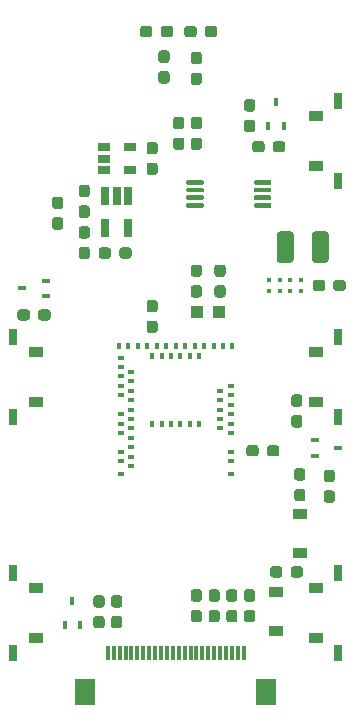
<source format=gbr>
%TF.GenerationSoftware,KiCad,Pcbnew,(5.99.0-2309-gaf729d578)*%
%TF.CreationDate,2020-07-18T18:02:02-04:00*%
%TF.ProjectId,mk2,6d6b322e-6b69-4636-9164-5f7063625858,rev?*%
%TF.SameCoordinates,Original*%
%TF.FileFunction,Paste,Top*%
%TF.FilePolarity,Positive*%
%FSLAX46Y46*%
G04 Gerber Fmt 4.6, Leading zero omitted, Abs format (unit mm)*
G04 Created by KiCad (PCBNEW (5.99.0-2309-gaf729d578)) date 2020-07-18 18:02:02*
%MOMM*%
%LPD*%
G01*
G04 APERTURE LIST*
%ADD10R,0.700000X0.450000*%
%ADD11R,0.800000X1.450000*%
%ADD12R,1.270000X0.900000*%
%ADD13R,0.450000X0.700000*%
%ADD14R,1.050000X1.100000*%
%ADD15R,1.060000X0.650000*%
%ADD16R,0.650000X1.560000*%
%ADD17R,0.300000X1.300000*%
%ADD18R,1.800000X2.200000*%
%ADD19R,0.400000X0.420000*%
%ADD20R,0.600000X0.400000*%
%ADD21R,0.400000X0.600000*%
%ADD22R,1.200000X0.900000*%
G04 APERTURE END LIST*
%TO.C,R16*%
G36*
G01*
X35487500Y-42525000D02*
X35012500Y-42525000D01*
G75*
G02*
X34775000Y-42287500I0J237500D01*
G01*
X34775000Y-41712500D01*
G75*
G02*
X35012500Y-41475000I237500J0D01*
G01*
X35487500Y-41475000D01*
G75*
G02*
X35725000Y-41712500I0J-237500D01*
G01*
X35725000Y-42287500D01*
G75*
G02*
X35487500Y-42525000I-237500J0D01*
G01*
G37*
G36*
G01*
X35487500Y-44275000D02*
X35012500Y-44275000D01*
G75*
G02*
X34775000Y-44037500I0J237500D01*
G01*
X34775000Y-43462500D01*
G75*
G02*
X35012500Y-43225000I237500J0D01*
G01*
X35487500Y-43225000D01*
G75*
G02*
X35725000Y-43462500I0J-237500D01*
G01*
X35725000Y-44037500D01*
G75*
G02*
X35487500Y-44275000I-237500J0D01*
G01*
G37*
%TD*%
%TO.C,R15*%
G36*
G01*
X37762500Y-49600000D02*
X38237500Y-49600000D01*
G75*
G02*
X38475000Y-49837500I0J-237500D01*
G01*
X38475000Y-50412500D01*
G75*
G02*
X38237500Y-50650000I-237500J0D01*
G01*
X37762500Y-50650000D01*
G75*
G02*
X37525000Y-50412500I0J237500D01*
G01*
X37525000Y-49837500D01*
G75*
G02*
X37762500Y-49600000I237500J0D01*
G01*
G37*
G36*
G01*
X37762500Y-47850000D02*
X38237500Y-47850000D01*
G75*
G02*
X38475000Y-48087500I0J-237500D01*
G01*
X38475000Y-48662500D01*
G75*
G02*
X38237500Y-48900000I-237500J0D01*
G01*
X37762500Y-48900000D01*
G75*
G02*
X37525000Y-48662500I0J237500D01*
G01*
X37525000Y-48087500D01*
G75*
G02*
X37762500Y-47850000I237500J0D01*
G01*
G37*
%TD*%
D10*
%TO.C,Q4*%
X38750000Y-46000000D03*
X36750000Y-46650000D03*
X36750000Y-45350000D03*
%TD*%
D11*
%TO.C,SW5*%
X11250000Y-63375000D03*
X11250000Y-56625000D03*
D12*
X13135000Y-62100000D03*
X13135000Y-57900000D03*
%TD*%
D11*
%TO.C,SW4*%
X11250000Y-43375000D03*
X11250000Y-36625000D03*
D12*
X13135000Y-42100000D03*
X13135000Y-37900000D03*
%TD*%
D11*
%TO.C,SW3*%
X38750000Y-56625000D03*
X38750000Y-63375000D03*
D12*
X36865000Y-57900000D03*
X36865000Y-62100000D03*
%TD*%
D11*
%TO.C,SW2*%
X38750000Y-36625000D03*
X38750000Y-43375000D03*
D12*
X36865000Y-37900000D03*
X36865000Y-42100000D03*
%TD*%
D11*
%TO.C,SW1*%
X38750000Y-16625000D03*
X38750000Y-23375000D03*
D12*
X36865000Y-17900000D03*
X36865000Y-22100000D03*
%TD*%
%TO.C,R14*%
G36*
G01*
X33225000Y-20737500D02*
X33225000Y-20262500D01*
G75*
G02*
X33462500Y-20025000I237500J0D01*
G01*
X34037500Y-20025000D01*
G75*
G02*
X34275000Y-20262500I0J-237500D01*
G01*
X34275000Y-20737500D01*
G75*
G02*
X34037500Y-20975000I-237500J0D01*
G01*
X33462500Y-20975000D01*
G75*
G02*
X33225000Y-20737500I0J237500D01*
G01*
G37*
G36*
G01*
X31475000Y-20737500D02*
X31475000Y-20262500D01*
G75*
G02*
X31712500Y-20025000I237500J0D01*
G01*
X32287500Y-20025000D01*
G75*
G02*
X32525000Y-20262500I0J-237500D01*
G01*
X32525000Y-20737500D01*
G75*
G02*
X32287500Y-20975000I-237500J0D01*
G01*
X31712500Y-20975000D01*
G75*
G02*
X31475000Y-20737500I0J237500D01*
G01*
G37*
%TD*%
%TO.C,R13*%
G36*
G01*
X31487500Y-17525000D02*
X31012500Y-17525000D01*
G75*
G02*
X30775000Y-17287500I0J237500D01*
G01*
X30775000Y-16712500D01*
G75*
G02*
X31012500Y-16475000I237500J0D01*
G01*
X31487500Y-16475000D01*
G75*
G02*
X31725000Y-16712500I0J-237500D01*
G01*
X31725000Y-17287500D01*
G75*
G02*
X31487500Y-17525000I-237500J0D01*
G01*
G37*
G36*
G01*
X31487500Y-19275000D02*
X31012500Y-19275000D01*
G75*
G02*
X30775000Y-19037500I0J237500D01*
G01*
X30775000Y-18462500D01*
G75*
G02*
X31012500Y-18225000I237500J0D01*
G01*
X31487500Y-18225000D01*
G75*
G02*
X31725000Y-18462500I0J-237500D01*
G01*
X31725000Y-19037500D01*
G75*
G02*
X31487500Y-19275000I-237500J0D01*
G01*
G37*
%TD*%
%TO.C,R2*%
G36*
G01*
X14762500Y-26475000D02*
X15237500Y-26475000D01*
G75*
G02*
X15475000Y-26712500I0J-237500D01*
G01*
X15475000Y-27287500D01*
G75*
G02*
X15237500Y-27525000I-237500J0D01*
G01*
X14762500Y-27525000D01*
G75*
G02*
X14525000Y-27287500I0J237500D01*
G01*
X14525000Y-26712500D01*
G75*
G02*
X14762500Y-26475000I237500J0D01*
G01*
G37*
G36*
G01*
X14762500Y-24725000D02*
X15237500Y-24725000D01*
G75*
G02*
X15475000Y-24962500I0J-237500D01*
G01*
X15475000Y-25537500D01*
G75*
G02*
X15237500Y-25775000I-237500J0D01*
G01*
X14762500Y-25775000D01*
G75*
G02*
X14525000Y-25537500I0J237500D01*
G01*
X14525000Y-24962500D01*
G75*
G02*
X14762500Y-24725000I237500J0D01*
G01*
G37*
%TD*%
%TO.C,R1*%
G36*
G01*
X12650000Y-34512500D02*
X12650000Y-34987500D01*
G75*
G02*
X12412500Y-35225000I-237500J0D01*
G01*
X11837500Y-35225000D01*
G75*
G02*
X11600000Y-34987500I0J237500D01*
G01*
X11600000Y-34512500D01*
G75*
G02*
X11837500Y-34275000I237500J0D01*
G01*
X12412500Y-34275000D01*
G75*
G02*
X12650000Y-34512500I0J-237500D01*
G01*
G37*
G36*
G01*
X14400000Y-34512500D02*
X14400000Y-34987500D01*
G75*
G02*
X14162500Y-35225000I-237500J0D01*
G01*
X13587500Y-35225000D01*
G75*
G02*
X13350000Y-34987500I0J237500D01*
G01*
X13350000Y-34512500D01*
G75*
G02*
X13587500Y-34275000I237500J0D01*
G01*
X14162500Y-34275000D01*
G75*
G02*
X14400000Y-34512500I0J-237500D01*
G01*
G37*
%TD*%
D13*
%TO.C,Q3*%
X33500000Y-16750000D03*
X34150000Y-18750000D03*
X32850000Y-18750000D03*
%TD*%
D10*
%TO.C,Q2*%
X12000000Y-32500000D03*
X14000000Y-31850000D03*
X14000000Y-33150000D03*
%TD*%
%TO.C,C5*%
G36*
G01*
X36525000Y-30074999D02*
X36525000Y-27925001D01*
G75*
G02*
X36775001Y-27675000I250001J0D01*
G01*
X37699999Y-27675000D01*
G75*
G02*
X37950000Y-27925001I0J-250001D01*
G01*
X37950000Y-30074999D01*
G75*
G02*
X37699999Y-30325000I-250001J0D01*
G01*
X36775001Y-30325000D01*
G75*
G02*
X36525000Y-30074999I0J250001D01*
G01*
G37*
G36*
G01*
X33550000Y-30074999D02*
X33550000Y-27925001D01*
G75*
G02*
X33800001Y-27675000I250001J0D01*
G01*
X34724999Y-27675000D01*
G75*
G02*
X34975000Y-27925001I0J-250001D01*
G01*
X34975000Y-30074999D01*
G75*
G02*
X34724999Y-30325000I-250001J0D01*
G01*
X33800001Y-30325000D01*
G75*
G02*
X33550000Y-30074999I0J250001D01*
G01*
G37*
%TD*%
D14*
%TO.C,Y1*%
X28675000Y-34500000D03*
X26825000Y-34500000D03*
%TD*%
D15*
%TO.C,U3*%
X21100000Y-20550000D03*
X21100000Y-22450000D03*
X18900000Y-22450000D03*
X18900000Y-21500000D03*
X18900000Y-20550000D03*
%TD*%
D16*
%TO.C,U2*%
X20950000Y-27350000D03*
X19050000Y-27350000D03*
X19050000Y-24650000D03*
X20000000Y-24650000D03*
X20950000Y-24650000D03*
%TD*%
%TO.C,U1*%
G36*
G01*
X27375000Y-25375000D02*
X27375000Y-25575000D01*
G75*
G02*
X27275000Y-25675000I-100000J0D01*
G01*
X26000000Y-25675000D01*
G75*
G02*
X25900000Y-25575000I0J100000D01*
G01*
X25900000Y-25375000D01*
G75*
G02*
X26000000Y-25275000I100000J0D01*
G01*
X27275000Y-25275000D01*
G75*
G02*
X27375000Y-25375000I0J-100000D01*
G01*
G37*
G36*
G01*
X27375000Y-24725000D02*
X27375000Y-24925000D01*
G75*
G02*
X27275000Y-25025000I-100000J0D01*
G01*
X26000000Y-25025000D01*
G75*
G02*
X25900000Y-24925000I0J100000D01*
G01*
X25900000Y-24725000D01*
G75*
G02*
X26000000Y-24625000I100000J0D01*
G01*
X27275000Y-24625000D01*
G75*
G02*
X27375000Y-24725000I0J-100000D01*
G01*
G37*
G36*
G01*
X27375000Y-24075000D02*
X27375000Y-24275000D01*
G75*
G02*
X27275000Y-24375000I-100000J0D01*
G01*
X26000000Y-24375000D01*
G75*
G02*
X25900000Y-24275000I0J100000D01*
G01*
X25900000Y-24075000D01*
G75*
G02*
X26000000Y-23975000I100000J0D01*
G01*
X27275000Y-23975000D01*
G75*
G02*
X27375000Y-24075000I0J-100000D01*
G01*
G37*
G36*
G01*
X27375000Y-23425000D02*
X27375000Y-23625000D01*
G75*
G02*
X27275000Y-23725000I-100000J0D01*
G01*
X26000000Y-23725000D01*
G75*
G02*
X25900000Y-23625000I0J100000D01*
G01*
X25900000Y-23425000D01*
G75*
G02*
X26000000Y-23325000I100000J0D01*
G01*
X27275000Y-23325000D01*
G75*
G02*
X27375000Y-23425000I0J-100000D01*
G01*
G37*
G36*
G01*
X33100000Y-23425000D02*
X33100000Y-23625000D01*
G75*
G02*
X33000000Y-23725000I-100000J0D01*
G01*
X31725000Y-23725000D01*
G75*
G02*
X31625000Y-23625000I0J100000D01*
G01*
X31625000Y-23425000D01*
G75*
G02*
X31725000Y-23325000I100000J0D01*
G01*
X33000000Y-23325000D01*
G75*
G02*
X33100000Y-23425000I0J-100000D01*
G01*
G37*
G36*
G01*
X33100000Y-24075000D02*
X33100000Y-24275000D01*
G75*
G02*
X33000000Y-24375000I-100000J0D01*
G01*
X31725000Y-24375000D01*
G75*
G02*
X31625000Y-24275000I0J100000D01*
G01*
X31625000Y-24075000D01*
G75*
G02*
X31725000Y-23975000I100000J0D01*
G01*
X33000000Y-23975000D01*
G75*
G02*
X33100000Y-24075000I0J-100000D01*
G01*
G37*
G36*
G01*
X33100000Y-24725000D02*
X33100000Y-24925000D01*
G75*
G02*
X33000000Y-25025000I-100000J0D01*
G01*
X31725000Y-25025000D01*
G75*
G02*
X31625000Y-24925000I0J100000D01*
G01*
X31625000Y-24725000D01*
G75*
G02*
X31725000Y-24625000I100000J0D01*
G01*
X33000000Y-24625000D01*
G75*
G02*
X33100000Y-24725000I0J-100000D01*
G01*
G37*
G36*
G01*
X33100000Y-25375000D02*
X33100000Y-25575000D01*
G75*
G02*
X33000000Y-25675000I-100000J0D01*
G01*
X31725000Y-25675000D01*
G75*
G02*
X31625000Y-25575000I0J100000D01*
G01*
X31625000Y-25375000D01*
G75*
G02*
X31725000Y-25275000I100000J0D01*
G01*
X33000000Y-25275000D01*
G75*
G02*
X33100000Y-25375000I0J-100000D01*
G01*
G37*
%TD*%
%TO.C,R12*%
G36*
G01*
X26987500Y-13525000D02*
X26512500Y-13525000D01*
G75*
G02*
X26275000Y-13287500I0J237500D01*
G01*
X26275000Y-12712500D01*
G75*
G02*
X26512500Y-12475000I237500J0D01*
G01*
X26987500Y-12475000D01*
G75*
G02*
X27225000Y-12712500I0J-237500D01*
G01*
X27225000Y-13287500D01*
G75*
G02*
X26987500Y-13525000I-237500J0D01*
G01*
G37*
G36*
G01*
X26987500Y-15275000D02*
X26512500Y-15275000D01*
G75*
G02*
X26275000Y-15037500I0J237500D01*
G01*
X26275000Y-14462500D01*
G75*
G02*
X26512500Y-14225000I237500J0D01*
G01*
X26987500Y-14225000D01*
G75*
G02*
X27225000Y-14462500I0J-237500D01*
G01*
X27225000Y-15037500D01*
G75*
G02*
X26987500Y-15275000I-237500J0D01*
G01*
G37*
%TD*%
%TO.C,R11*%
G36*
G01*
X24237500Y-13400000D02*
X23762500Y-13400000D01*
G75*
G02*
X23525000Y-13162500I0J237500D01*
G01*
X23525000Y-12587500D01*
G75*
G02*
X23762500Y-12350000I237500J0D01*
G01*
X24237500Y-12350000D01*
G75*
G02*
X24475000Y-12587500I0J-237500D01*
G01*
X24475000Y-13162500D01*
G75*
G02*
X24237500Y-13400000I-237500J0D01*
G01*
G37*
G36*
G01*
X24237500Y-15150000D02*
X23762500Y-15150000D01*
G75*
G02*
X23525000Y-14912500I0J237500D01*
G01*
X23525000Y-14337500D01*
G75*
G02*
X23762500Y-14100000I237500J0D01*
G01*
X24237500Y-14100000D01*
G75*
G02*
X24475000Y-14337500I0J-237500D01*
G01*
X24475000Y-14912500D01*
G75*
G02*
X24237500Y-15150000I-237500J0D01*
G01*
G37*
%TD*%
%TO.C,R10*%
G36*
G01*
X26775000Y-10512500D02*
X26775000Y-10987500D01*
G75*
G02*
X26537500Y-11225000I-237500J0D01*
G01*
X25962500Y-11225000D01*
G75*
G02*
X25725000Y-10987500I0J237500D01*
G01*
X25725000Y-10512500D01*
G75*
G02*
X25962500Y-10275000I237500J0D01*
G01*
X26537500Y-10275000D01*
G75*
G02*
X26775000Y-10512500I0J-237500D01*
G01*
G37*
G36*
G01*
X28525000Y-10512500D02*
X28525000Y-10987500D01*
G75*
G02*
X28287500Y-11225000I-237500J0D01*
G01*
X27712500Y-11225000D01*
G75*
G02*
X27475000Y-10987500I0J237500D01*
G01*
X27475000Y-10512500D01*
G75*
G02*
X27712500Y-10275000I237500J0D01*
G01*
X28287500Y-10275000D01*
G75*
G02*
X28525000Y-10512500I0J-237500D01*
G01*
G37*
%TD*%
%TO.C,R9*%
G36*
G01*
X22762500Y-21850000D02*
X23237500Y-21850000D01*
G75*
G02*
X23475000Y-22087500I0J-237500D01*
G01*
X23475000Y-22662500D01*
G75*
G02*
X23237500Y-22900000I-237500J0D01*
G01*
X22762500Y-22900000D01*
G75*
G02*
X22525000Y-22662500I0J237500D01*
G01*
X22525000Y-22087500D01*
G75*
G02*
X22762500Y-21850000I237500J0D01*
G01*
G37*
G36*
G01*
X22762500Y-20100000D02*
X23237500Y-20100000D01*
G75*
G02*
X23475000Y-20337500I0J-237500D01*
G01*
X23475000Y-20912500D01*
G75*
G02*
X23237500Y-21150000I-237500J0D01*
G01*
X22762500Y-21150000D01*
G75*
G02*
X22525000Y-20912500I0J237500D01*
G01*
X22525000Y-20337500D01*
G75*
G02*
X22762500Y-20100000I237500J0D01*
G01*
G37*
%TD*%
%TO.C,R5*%
G36*
G01*
X32025000Y-46012500D02*
X32025000Y-46487500D01*
G75*
G02*
X31787500Y-46725000I-237500J0D01*
G01*
X31212500Y-46725000D01*
G75*
G02*
X30975000Y-46487500I0J237500D01*
G01*
X30975000Y-46012500D01*
G75*
G02*
X31212500Y-45775000I237500J0D01*
G01*
X31787500Y-45775000D01*
G75*
G02*
X32025000Y-46012500I0J-237500D01*
G01*
G37*
G36*
G01*
X33775000Y-46012500D02*
X33775000Y-46487500D01*
G75*
G02*
X33537500Y-46725000I-237500J0D01*
G01*
X32962500Y-46725000D01*
G75*
G02*
X32725000Y-46487500I0J237500D01*
G01*
X32725000Y-46012500D01*
G75*
G02*
X32962500Y-45775000I237500J0D01*
G01*
X33537500Y-45775000D01*
G75*
G02*
X33775000Y-46012500I0J-237500D01*
G01*
G37*
%TD*%
%TO.C,R4*%
G36*
G01*
X26987500Y-19025000D02*
X26512500Y-19025000D01*
G75*
G02*
X26275000Y-18787500I0J237500D01*
G01*
X26275000Y-18212500D01*
G75*
G02*
X26512500Y-17975000I237500J0D01*
G01*
X26987500Y-17975000D01*
G75*
G02*
X27225000Y-18212500I0J-237500D01*
G01*
X27225000Y-18787500D01*
G75*
G02*
X26987500Y-19025000I-237500J0D01*
G01*
G37*
G36*
G01*
X26987500Y-20775000D02*
X26512500Y-20775000D01*
G75*
G02*
X26275000Y-20537500I0J237500D01*
G01*
X26275000Y-19962500D01*
G75*
G02*
X26512500Y-19725000I237500J0D01*
G01*
X26987500Y-19725000D01*
G75*
G02*
X27225000Y-19962500I0J-237500D01*
G01*
X27225000Y-20537500D01*
G75*
G02*
X26987500Y-20775000I-237500J0D01*
G01*
G37*
%TD*%
%TO.C,R3*%
G36*
G01*
X25487500Y-19025000D02*
X25012500Y-19025000D01*
G75*
G02*
X24775000Y-18787500I0J237500D01*
G01*
X24775000Y-18212500D01*
G75*
G02*
X25012500Y-17975000I237500J0D01*
G01*
X25487500Y-17975000D01*
G75*
G02*
X25725000Y-18212500I0J-237500D01*
G01*
X25725000Y-18787500D01*
G75*
G02*
X25487500Y-19025000I-237500J0D01*
G01*
G37*
G36*
G01*
X25487500Y-20775000D02*
X25012500Y-20775000D01*
G75*
G02*
X24775000Y-20537500I0J237500D01*
G01*
X24775000Y-19962500D01*
G75*
G02*
X25012500Y-19725000I237500J0D01*
G01*
X25487500Y-19725000D01*
G75*
G02*
X25725000Y-19962500I0J-237500D01*
G01*
X25725000Y-20537500D01*
G75*
G02*
X25487500Y-20775000I-237500J0D01*
G01*
G37*
%TD*%
D13*
%TO.C,Q1*%
X16250000Y-59000000D03*
X16900000Y-61000000D03*
X15600000Y-61000000D03*
%TD*%
%TO.C,L2*%
G36*
G01*
X35262500Y-49475000D02*
X35737500Y-49475000D01*
G75*
G02*
X35975000Y-49712500I0J-237500D01*
G01*
X35975000Y-50287500D01*
G75*
G02*
X35737500Y-50525000I-237500J0D01*
G01*
X35262500Y-50525000D01*
G75*
G02*
X35025000Y-50287500I0J237500D01*
G01*
X35025000Y-49712500D01*
G75*
G02*
X35262500Y-49475000I237500J0D01*
G01*
G37*
G36*
G01*
X35262500Y-47725000D02*
X35737500Y-47725000D01*
G75*
G02*
X35975000Y-47962500I0J-237500D01*
G01*
X35975000Y-48537500D01*
G75*
G02*
X35737500Y-48775000I-237500J0D01*
G01*
X35262500Y-48775000D01*
G75*
G02*
X35025000Y-48537500I0J237500D01*
G01*
X35025000Y-47962500D01*
G75*
G02*
X35262500Y-47725000I237500J0D01*
G01*
G37*
%TD*%
%TO.C,L1*%
G36*
G01*
X19525000Y-29262500D02*
X19525000Y-29737500D01*
G75*
G02*
X19287500Y-29975000I-237500J0D01*
G01*
X18712500Y-29975000D01*
G75*
G02*
X18475000Y-29737500I0J237500D01*
G01*
X18475000Y-29262500D01*
G75*
G02*
X18712500Y-29025000I237500J0D01*
G01*
X19287500Y-29025000D01*
G75*
G02*
X19525000Y-29262500I0J-237500D01*
G01*
G37*
G36*
G01*
X21275000Y-29262500D02*
X21275000Y-29737500D01*
G75*
G02*
X21037500Y-29975000I-237500J0D01*
G01*
X20462500Y-29975000D01*
G75*
G02*
X20225000Y-29737500I0J237500D01*
G01*
X20225000Y-29262500D01*
G75*
G02*
X20462500Y-29025000I237500J0D01*
G01*
X21037500Y-29025000D01*
G75*
G02*
X21275000Y-29262500I0J-237500D01*
G01*
G37*
%TD*%
D17*
%TO.C,J1*%
X30750000Y-63400000D03*
X30250000Y-63400000D03*
X29750000Y-63400000D03*
X29250000Y-63400000D03*
X28750000Y-63400000D03*
X28250000Y-63400000D03*
X27750000Y-63400000D03*
X27250000Y-63400000D03*
X26750000Y-63400000D03*
X26250000Y-63400000D03*
X25750000Y-63400000D03*
X25250000Y-63400000D03*
X24750000Y-63400000D03*
X24250000Y-63400000D03*
X23750000Y-63400000D03*
X23250000Y-63400000D03*
X22750000Y-63400000D03*
X22250000Y-63400000D03*
X21750000Y-63400000D03*
X21250000Y-63400000D03*
X20750000Y-63400000D03*
X20250000Y-63400000D03*
X19750000Y-63400000D03*
X19250000Y-63400000D03*
D18*
X17350000Y-66650000D03*
X32650000Y-66650000D03*
%TD*%
D19*
%TO.C,IC2*%
X35600000Y-32700000D03*
X34700000Y-32700000D03*
X33800000Y-32700000D03*
X32900000Y-32700000D03*
X35600000Y-31800000D03*
X34700000Y-31800000D03*
X33800000Y-31800000D03*
X32900000Y-31800000D03*
%TD*%
D20*
%TO.C,IC1*%
X29650000Y-48250000D03*
X29650000Y-47150000D03*
X29650000Y-46350000D03*
X29650000Y-44750000D03*
X28750000Y-44350000D03*
X29650000Y-43950000D03*
X28750000Y-43550000D03*
X29650000Y-43150000D03*
X28750000Y-42750000D03*
X29650000Y-42350000D03*
X28750000Y-41950000D03*
X29650000Y-41550000D03*
X28750000Y-41150000D03*
X29650000Y-40750000D03*
D21*
X29800000Y-37350000D03*
X29000000Y-37350000D03*
X28200000Y-37350000D03*
X27400000Y-37350000D03*
X27000000Y-38250000D03*
X26600000Y-37350000D03*
X26200000Y-38250000D03*
X25800000Y-37350000D03*
X25400000Y-38250000D03*
X25000000Y-37350000D03*
X24600000Y-38250000D03*
X24200000Y-37350000D03*
X23800000Y-38250000D03*
X23400000Y-37350000D03*
X23000000Y-38250000D03*
X22600000Y-37350000D03*
X21800000Y-37350000D03*
X21000000Y-37350000D03*
X20200000Y-37350000D03*
D20*
X20350000Y-38350000D03*
X20350000Y-39150000D03*
X21250000Y-39550000D03*
X20350000Y-39950000D03*
X21250000Y-40350000D03*
X20350000Y-40750000D03*
X21250000Y-41150000D03*
X20350000Y-41550000D03*
X21250000Y-41950000D03*
X21250000Y-42750000D03*
X20350000Y-43150000D03*
X21250000Y-43550000D03*
X20350000Y-43950000D03*
X21250000Y-44350000D03*
X20350000Y-44750000D03*
X21250000Y-45150000D03*
X21250000Y-45950000D03*
X20350000Y-46350000D03*
X21250000Y-46750000D03*
X20350000Y-47150000D03*
X21250000Y-47550000D03*
X20350000Y-48250000D03*
D21*
X27000000Y-43950000D03*
X26200000Y-43950000D03*
X25400000Y-43950000D03*
X24600000Y-43950000D03*
X23800000Y-43950000D03*
X23000000Y-43950000D03*
%TD*%
%TO.C,D6*%
G36*
G01*
X23025000Y-10512500D02*
X23025000Y-10987500D01*
G75*
G02*
X22787500Y-11225000I-237500J0D01*
G01*
X22212500Y-11225000D01*
G75*
G02*
X21975000Y-10987500I0J237500D01*
G01*
X21975000Y-10512500D01*
G75*
G02*
X22212500Y-10275000I237500J0D01*
G01*
X22787500Y-10275000D01*
G75*
G02*
X23025000Y-10512500I0J-237500D01*
G01*
G37*
G36*
G01*
X24775000Y-10512500D02*
X24775000Y-10987500D01*
G75*
G02*
X24537500Y-11225000I-237500J0D01*
G01*
X23962500Y-11225000D01*
G75*
G02*
X23725000Y-10987500I0J237500D01*
G01*
X23725000Y-10512500D01*
G75*
G02*
X23962500Y-10275000I237500J0D01*
G01*
X24537500Y-10275000D01*
G75*
G02*
X24775000Y-10512500I0J-237500D01*
G01*
G37*
%TD*%
D22*
%TO.C,D5*%
X35500000Y-54900000D03*
X35500000Y-51600000D03*
%TD*%
%TO.C,D4*%
X33500000Y-61500000D03*
X33500000Y-58200000D03*
%TD*%
%TO.C,D2*%
G36*
G01*
X38350000Y-32487500D02*
X38350000Y-32012500D01*
G75*
G02*
X38587500Y-31775000I237500J0D01*
G01*
X39162500Y-31775000D01*
G75*
G02*
X39400000Y-32012500I0J-237500D01*
G01*
X39400000Y-32487500D01*
G75*
G02*
X39162500Y-32725000I-237500J0D01*
G01*
X38587500Y-32725000D01*
G75*
G02*
X38350000Y-32487500I0J237500D01*
G01*
G37*
G36*
G01*
X36600000Y-32487500D02*
X36600000Y-32012500D01*
G75*
G02*
X36837500Y-31775000I237500J0D01*
G01*
X37412500Y-31775000D01*
G75*
G02*
X37650000Y-32012500I0J-237500D01*
G01*
X37650000Y-32487500D01*
G75*
G02*
X37412500Y-32725000I-237500J0D01*
G01*
X36837500Y-32725000D01*
G75*
G02*
X36600000Y-32487500I0J237500D01*
G01*
G37*
%TD*%
%TO.C,C19*%
G36*
G01*
X31012500Y-59725000D02*
X31487500Y-59725000D01*
G75*
G02*
X31725000Y-59962500I0J-237500D01*
G01*
X31725000Y-60537500D01*
G75*
G02*
X31487500Y-60775000I-237500J0D01*
G01*
X31012500Y-60775000D01*
G75*
G02*
X30775000Y-60537500I0J237500D01*
G01*
X30775000Y-59962500D01*
G75*
G02*
X31012500Y-59725000I237500J0D01*
G01*
G37*
G36*
G01*
X31012500Y-57975000D02*
X31487500Y-57975000D01*
G75*
G02*
X31725000Y-58212500I0J-237500D01*
G01*
X31725000Y-58787500D01*
G75*
G02*
X31487500Y-59025000I-237500J0D01*
G01*
X31012500Y-59025000D01*
G75*
G02*
X30775000Y-58787500I0J237500D01*
G01*
X30775000Y-58212500D01*
G75*
G02*
X31012500Y-57975000I237500J0D01*
G01*
G37*
%TD*%
%TO.C,C18*%
G36*
G01*
X29512500Y-59725000D02*
X29987500Y-59725000D01*
G75*
G02*
X30225000Y-59962500I0J-237500D01*
G01*
X30225000Y-60537500D01*
G75*
G02*
X29987500Y-60775000I-237500J0D01*
G01*
X29512500Y-60775000D01*
G75*
G02*
X29275000Y-60537500I0J237500D01*
G01*
X29275000Y-59962500D01*
G75*
G02*
X29512500Y-59725000I237500J0D01*
G01*
G37*
G36*
G01*
X29512500Y-57975000D02*
X29987500Y-57975000D01*
G75*
G02*
X30225000Y-58212500I0J-237500D01*
G01*
X30225000Y-58787500D01*
G75*
G02*
X29987500Y-59025000I-237500J0D01*
G01*
X29512500Y-59025000D01*
G75*
G02*
X29275000Y-58787500I0J237500D01*
G01*
X29275000Y-58212500D01*
G75*
G02*
X29512500Y-57975000I237500J0D01*
G01*
G37*
%TD*%
%TO.C,C17*%
G36*
G01*
X28012500Y-59725000D02*
X28487500Y-59725000D01*
G75*
G02*
X28725000Y-59962500I0J-237500D01*
G01*
X28725000Y-60537500D01*
G75*
G02*
X28487500Y-60775000I-237500J0D01*
G01*
X28012500Y-60775000D01*
G75*
G02*
X27775000Y-60537500I0J237500D01*
G01*
X27775000Y-59962500D01*
G75*
G02*
X28012500Y-59725000I237500J0D01*
G01*
G37*
G36*
G01*
X28012500Y-57975000D02*
X28487500Y-57975000D01*
G75*
G02*
X28725000Y-58212500I0J-237500D01*
G01*
X28725000Y-58787500D01*
G75*
G02*
X28487500Y-59025000I-237500J0D01*
G01*
X28012500Y-59025000D01*
G75*
G02*
X27775000Y-58787500I0J237500D01*
G01*
X27775000Y-58212500D01*
G75*
G02*
X28012500Y-57975000I237500J0D01*
G01*
G37*
%TD*%
%TO.C,C16*%
G36*
G01*
X19762500Y-60225000D02*
X20237500Y-60225000D01*
G75*
G02*
X20475000Y-60462500I0J-237500D01*
G01*
X20475000Y-61037500D01*
G75*
G02*
X20237500Y-61275000I-237500J0D01*
G01*
X19762500Y-61275000D01*
G75*
G02*
X19525000Y-61037500I0J237500D01*
G01*
X19525000Y-60462500D01*
G75*
G02*
X19762500Y-60225000I237500J0D01*
G01*
G37*
G36*
G01*
X19762500Y-58475000D02*
X20237500Y-58475000D01*
G75*
G02*
X20475000Y-58712500I0J-237500D01*
G01*
X20475000Y-59287500D01*
G75*
G02*
X20237500Y-59525000I-237500J0D01*
G01*
X19762500Y-59525000D01*
G75*
G02*
X19525000Y-59287500I0J237500D01*
G01*
X19525000Y-58712500D01*
G75*
G02*
X19762500Y-58475000I237500J0D01*
G01*
G37*
%TD*%
%TO.C,C14*%
G36*
G01*
X18262500Y-60225000D02*
X18737500Y-60225000D01*
G75*
G02*
X18975000Y-60462500I0J-237500D01*
G01*
X18975000Y-61037500D01*
G75*
G02*
X18737500Y-61275000I-237500J0D01*
G01*
X18262500Y-61275000D01*
G75*
G02*
X18025000Y-61037500I0J237500D01*
G01*
X18025000Y-60462500D01*
G75*
G02*
X18262500Y-60225000I237500J0D01*
G01*
G37*
G36*
G01*
X18262500Y-58475000D02*
X18737500Y-58475000D01*
G75*
G02*
X18975000Y-58712500I0J-237500D01*
G01*
X18975000Y-59287500D01*
G75*
G02*
X18737500Y-59525000I-237500J0D01*
G01*
X18262500Y-59525000D01*
G75*
G02*
X18025000Y-59287500I0J237500D01*
G01*
X18025000Y-58712500D01*
G75*
G02*
X18262500Y-58475000I237500J0D01*
G01*
G37*
%TD*%
%TO.C,C13*%
G36*
G01*
X26512500Y-59725000D02*
X26987500Y-59725000D01*
G75*
G02*
X27225000Y-59962500I0J-237500D01*
G01*
X27225000Y-60537500D01*
G75*
G02*
X26987500Y-60775000I-237500J0D01*
G01*
X26512500Y-60775000D01*
G75*
G02*
X26275000Y-60537500I0J237500D01*
G01*
X26275000Y-59962500D01*
G75*
G02*
X26512500Y-59725000I237500J0D01*
G01*
G37*
G36*
G01*
X26512500Y-57975000D02*
X26987500Y-57975000D01*
G75*
G02*
X27225000Y-58212500I0J-237500D01*
G01*
X27225000Y-58787500D01*
G75*
G02*
X26987500Y-59025000I-237500J0D01*
G01*
X26512500Y-59025000D01*
G75*
G02*
X26275000Y-58787500I0J237500D01*
G01*
X26275000Y-58212500D01*
G75*
G02*
X26512500Y-57975000I237500J0D01*
G01*
G37*
%TD*%
%TO.C,C8*%
G36*
G01*
X34725000Y-56737500D02*
X34725000Y-56262500D01*
G75*
G02*
X34962500Y-56025000I237500J0D01*
G01*
X35537500Y-56025000D01*
G75*
G02*
X35775000Y-56262500I0J-237500D01*
G01*
X35775000Y-56737500D01*
G75*
G02*
X35537500Y-56975000I-237500J0D01*
G01*
X34962500Y-56975000D01*
G75*
G02*
X34725000Y-56737500I0J237500D01*
G01*
G37*
G36*
G01*
X32975000Y-56737500D02*
X32975000Y-56262500D01*
G75*
G02*
X33212500Y-56025000I237500J0D01*
G01*
X33787500Y-56025000D01*
G75*
G02*
X34025000Y-56262500I0J-237500D01*
G01*
X34025000Y-56737500D01*
G75*
G02*
X33787500Y-56975000I-237500J0D01*
G01*
X33212500Y-56975000D01*
G75*
G02*
X32975000Y-56737500I0J237500D01*
G01*
G37*
%TD*%
%TO.C,C7*%
G36*
G01*
X17487500Y-28275000D02*
X17012500Y-28275000D01*
G75*
G02*
X16775000Y-28037500I0J237500D01*
G01*
X16775000Y-27462500D01*
G75*
G02*
X17012500Y-27225000I237500J0D01*
G01*
X17487500Y-27225000D01*
G75*
G02*
X17725000Y-27462500I0J-237500D01*
G01*
X17725000Y-28037500D01*
G75*
G02*
X17487500Y-28275000I-237500J0D01*
G01*
G37*
G36*
G01*
X17487500Y-30025000D02*
X17012500Y-30025000D01*
G75*
G02*
X16775000Y-29787500I0J237500D01*
G01*
X16775000Y-29212500D01*
G75*
G02*
X17012500Y-28975000I237500J0D01*
G01*
X17487500Y-28975000D01*
G75*
G02*
X17725000Y-29212500I0J-237500D01*
G01*
X17725000Y-29787500D01*
G75*
G02*
X17487500Y-30025000I-237500J0D01*
G01*
G37*
%TD*%
%TO.C,C4*%
G36*
G01*
X17012500Y-25475000D02*
X17487500Y-25475000D01*
G75*
G02*
X17725000Y-25712500I0J-237500D01*
G01*
X17725000Y-26287500D01*
G75*
G02*
X17487500Y-26525000I-237500J0D01*
G01*
X17012500Y-26525000D01*
G75*
G02*
X16775000Y-26287500I0J237500D01*
G01*
X16775000Y-25712500D01*
G75*
G02*
X17012500Y-25475000I237500J0D01*
G01*
G37*
G36*
G01*
X17012500Y-23725000D02*
X17487500Y-23725000D01*
G75*
G02*
X17725000Y-23962500I0J-237500D01*
G01*
X17725000Y-24537500D01*
G75*
G02*
X17487500Y-24775000I-237500J0D01*
G01*
X17012500Y-24775000D01*
G75*
G02*
X16775000Y-24537500I0J237500D01*
G01*
X16775000Y-23962500D01*
G75*
G02*
X17012500Y-23725000I237500J0D01*
G01*
G37*
%TD*%
%TO.C,C3*%
G36*
G01*
X23237500Y-34525000D02*
X22762500Y-34525000D01*
G75*
G02*
X22525000Y-34287500I0J237500D01*
G01*
X22525000Y-33712500D01*
G75*
G02*
X22762500Y-33475000I237500J0D01*
G01*
X23237500Y-33475000D01*
G75*
G02*
X23475000Y-33712500I0J-237500D01*
G01*
X23475000Y-34287500D01*
G75*
G02*
X23237500Y-34525000I-237500J0D01*
G01*
G37*
G36*
G01*
X23237500Y-36275000D02*
X22762500Y-36275000D01*
G75*
G02*
X22525000Y-36037500I0J237500D01*
G01*
X22525000Y-35462500D01*
G75*
G02*
X22762500Y-35225000I237500J0D01*
G01*
X23237500Y-35225000D01*
G75*
G02*
X23475000Y-35462500I0J-237500D01*
G01*
X23475000Y-36037500D01*
G75*
G02*
X23237500Y-36275000I-237500J0D01*
G01*
G37*
%TD*%
%TO.C,C2*%
G36*
G01*
X26512500Y-32225000D02*
X26987500Y-32225000D01*
G75*
G02*
X27225000Y-32462500I0J-237500D01*
G01*
X27225000Y-33037500D01*
G75*
G02*
X26987500Y-33275000I-237500J0D01*
G01*
X26512500Y-33275000D01*
G75*
G02*
X26275000Y-33037500I0J237500D01*
G01*
X26275000Y-32462500D01*
G75*
G02*
X26512500Y-32225000I237500J0D01*
G01*
G37*
G36*
G01*
X26512500Y-30475000D02*
X26987500Y-30475000D01*
G75*
G02*
X27225000Y-30712500I0J-237500D01*
G01*
X27225000Y-31287500D01*
G75*
G02*
X26987500Y-31525000I-237500J0D01*
G01*
X26512500Y-31525000D01*
G75*
G02*
X26275000Y-31287500I0J237500D01*
G01*
X26275000Y-30712500D01*
G75*
G02*
X26512500Y-30475000I237500J0D01*
G01*
G37*
%TD*%
%TO.C,C1*%
G36*
G01*
X28512500Y-32225000D02*
X28987500Y-32225000D01*
G75*
G02*
X29225000Y-32462500I0J-237500D01*
G01*
X29225000Y-33037500D01*
G75*
G02*
X28987500Y-33275000I-237500J0D01*
G01*
X28512500Y-33275000D01*
G75*
G02*
X28275000Y-33037500I0J237500D01*
G01*
X28275000Y-32462500D01*
G75*
G02*
X28512500Y-32225000I237500J0D01*
G01*
G37*
G36*
G01*
X28512500Y-30475000D02*
X28987500Y-30475000D01*
G75*
G02*
X29225000Y-30712500I0J-237500D01*
G01*
X29225000Y-31287500D01*
G75*
G02*
X28987500Y-31525000I-237500J0D01*
G01*
X28512500Y-31525000D01*
G75*
G02*
X28275000Y-31287500I0J237500D01*
G01*
X28275000Y-30712500D01*
G75*
G02*
X28512500Y-30475000I237500J0D01*
G01*
G37*
%TD*%
M02*

</source>
